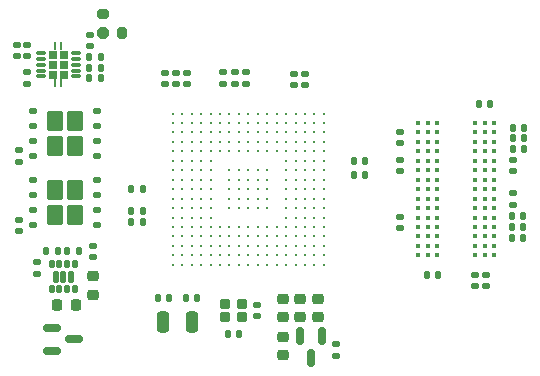
<source format=gbr>
%TF.GenerationSoftware,KiCad,Pcbnew,8.0.3*%
%TF.CreationDate,2024-07-19T10:15:31+08:00*%
%TF.ProjectId,h750xb_core,68373530-7862-45f6-936f-72652e6b6963,rev?*%
%TF.SameCoordinates,Original*%
%TF.FileFunction,Paste,Top*%
%TF.FilePolarity,Positive*%
%FSLAX46Y46*%
G04 Gerber Fmt 4.6, Leading zero omitted, Abs format (unit mm)*
G04 Created by KiCad (PCBNEW 8.0.3) date 2024-07-19 10:15:31*
%MOMM*%
%LPD*%
G01*
G04 APERTURE LIST*
G04 Aperture macros list*
%AMRoundRect*
0 Rectangle with rounded corners*
0 $1 Rounding radius*
0 $2 $3 $4 $5 $6 $7 $8 $9 X,Y pos of 4 corners*
0 Add a 4 corners polygon primitive as box body*
4,1,4,$2,$3,$4,$5,$6,$7,$8,$9,$2,$3,0*
0 Add four circle primitives for the rounded corners*
1,1,$1+$1,$2,$3*
1,1,$1+$1,$4,$5*
1,1,$1+$1,$6,$7*
1,1,$1+$1,$8,$9*
0 Add four rect primitives between the rounded corners*
20,1,$1+$1,$2,$3,$4,$5,0*
20,1,$1+$1,$4,$5,$6,$7,0*
20,1,$1+$1,$6,$7,$8,$9,0*
20,1,$1+$1,$8,$9,$2,$3,0*%
G04 Aperture macros list end*
%ADD10RoundRect,0.200000X0.250000X0.200000X-0.250000X0.200000X-0.250000X-0.200000X0.250000X-0.200000X0*%
%ADD11RoundRect,0.140000X0.170000X-0.140000X0.170000X0.140000X-0.170000X0.140000X-0.170000X-0.140000X0*%
%ADD12RoundRect,0.200000X0.275000X-0.200000X0.275000X0.200000X-0.275000X0.200000X-0.275000X-0.200000X0*%
%ADD13RoundRect,0.135000X-0.135000X-0.185000X0.135000X-0.185000X0.135000X0.185000X-0.135000X0.185000X0*%
%ADD14RoundRect,0.225000X-0.250000X0.225000X-0.250000X-0.225000X0.250000X-0.225000X0.250000X0.225000X0*%
%ADD15RoundRect,0.135000X0.185000X-0.135000X0.185000X0.135000X-0.185000X0.135000X-0.185000X-0.135000X0*%
%ADD16RoundRect,0.150000X-0.587500X-0.150000X0.587500X-0.150000X0.587500X0.150000X-0.587500X0.150000X0*%
%ADD17RoundRect,0.140000X0.140000X0.170000X-0.140000X0.170000X-0.140000X-0.170000X0.140000X-0.170000X0*%
%ADD18RoundRect,0.140000X-0.140000X-0.170000X0.140000X-0.170000X0.140000X0.170000X-0.140000X0.170000X0*%
%ADD19RoundRect,0.250000X0.435000X0.615000X-0.435000X0.615000X-0.435000X-0.615000X0.435000X-0.615000X0*%
%ADD20RoundRect,0.125000X0.250000X0.125000X-0.250000X0.125000X-0.250000X-0.125000X0.250000X-0.125000X0*%
%ADD21RoundRect,0.218750X-0.256250X0.218750X-0.256250X-0.218750X0.256250X-0.218750X0.256250X0.218750X0*%
%ADD22RoundRect,0.150000X-0.150000X0.587500X-0.150000X-0.587500X0.150000X-0.587500X0.150000X0.587500X0*%
%ADD23RoundRect,0.137500X0.137500X-0.337500X0.137500X0.337500X-0.137500X0.337500X-0.137500X-0.337500X0*%
%ADD24RoundRect,0.125000X0.125000X-0.187500X0.125000X0.187500X-0.125000X0.187500X-0.125000X-0.187500X0*%
%ADD25RoundRect,0.135000X0.135000X0.185000X-0.135000X0.185000X-0.135000X-0.185000X0.135000X-0.185000X0*%
%ADD26RoundRect,0.250000X-0.250000X-0.650000X0.250000X-0.650000X0.250000X0.650000X-0.250000X0.650000X0*%
%ADD27C,0.400000*%
%ADD28R,0.640000X0.640000*%
%ADD29RoundRect,0.070000X-0.355000X-0.070000X0.355000X-0.070000X0.355000X0.070000X-0.355000X0.070000X0*%
%ADD30R,0.280000X0.700000*%
%ADD31RoundRect,0.218750X0.256250X-0.218750X0.256250X0.218750X-0.256250X0.218750X-0.256250X-0.218750X0*%
%ADD32RoundRect,0.140000X-0.170000X0.140000X-0.170000X-0.140000X0.170000X-0.140000X0.170000X0.140000X0*%
%ADD33RoundRect,0.225000X-0.225000X-0.250000X0.225000X-0.250000X0.225000X0.250000X-0.225000X0.250000X0*%
%ADD34RoundRect,0.200000X-0.200000X-0.275000X0.200000X-0.275000X0.200000X0.275000X-0.200000X0.275000X0*%
%ADD35C,0.333126*%
G04 APERTURE END LIST*
D10*
%TO.C,Y1*%
X36833647Y-103969067D03*
X35433647Y-103969067D03*
X35433647Y-105069067D03*
X36833647Y-105069067D03*
%TD*%
D11*
%TO.C,C38*%
X17742800Y-82967200D03*
X17742800Y-82007200D03*
%TD*%
D12*
%TO.C,R11*%
X25070400Y-81048000D03*
X25070400Y-79398000D03*
%TD*%
D11*
%TO.C,C64*%
X17920399Y-91927798D03*
X17920399Y-90967798D03*
%TD*%
D13*
%TO.C,R10*%
X20196800Y-99488300D03*
X21216800Y-99488300D03*
%TD*%
D14*
%TO.C,C45*%
X24212000Y-101621900D03*
X24212000Y-103171900D03*
%TD*%
D15*
%TO.C,R5*%
X59770400Y-95557999D03*
X59770400Y-94538001D03*
%TD*%
D16*
%TO.C,D3*%
X20761100Y-106023400D03*
X20761100Y-107923400D03*
X22636100Y-106973400D03*
%TD*%
D11*
%TO.C,C34*%
X30328778Y-85363600D03*
X30328778Y-84403600D03*
%TD*%
D17*
%TO.C,C49*%
X60650400Y-96529003D03*
X59690400Y-96529003D03*
%TD*%
D11*
%TO.C,C2*%
X42170401Y-85430499D03*
X42170401Y-84470499D03*
%TD*%
%TO.C,C61*%
X31249590Y-85363599D03*
X31249590Y-84403599D03*
%TD*%
D18*
%TO.C,C66*%
X32090401Y-103495341D03*
X33050401Y-103495341D03*
%TD*%
D19*
%TO.C,U7*%
X22670400Y-96472997D03*
X22670400Y-94322997D03*
X20970400Y-96472997D03*
X20970400Y-94322997D03*
D20*
X24520400Y-97302997D03*
X24520400Y-96032997D03*
X24520400Y-94762997D03*
X24520400Y-93492997D03*
X19120400Y-93492997D03*
X19120400Y-94762997D03*
X19120400Y-96032997D03*
X19120400Y-97302997D03*
%TD*%
D11*
%TO.C,C27*%
X35210449Y-85327623D03*
X35210449Y-84367623D03*
%TD*%
D21*
%TO.C,FB2*%
X43235455Y-103514670D03*
X43235455Y-105089672D03*
%TD*%
D22*
%TO.C,U4*%
X43617700Y-106696300D03*
X41717700Y-106696300D03*
X42667700Y-108571300D03*
%TD*%
D17*
%TO.C,C52*%
X60700400Y-89033494D03*
X59740400Y-89033494D03*
%TD*%
D18*
%TO.C,C67*%
X35653647Y-106519068D03*
X36613647Y-106519068D03*
%TD*%
D23*
%TO.C,U3*%
X21073800Y-101660500D03*
X21703800Y-101660500D03*
X22333800Y-101660500D03*
D24*
X20728800Y-102723000D03*
X21378800Y-102723000D03*
X22028800Y-102723000D03*
X22678800Y-102723000D03*
X22678800Y-100598000D03*
X22028800Y-100598000D03*
X21378800Y-100598000D03*
X20728800Y-100598000D03*
%TD*%
D25*
%TO.C,R8*%
X24907600Y-83960400D03*
X23887600Y-83960400D03*
%TD*%
D17*
%TO.C,C59*%
X53450400Y-101512127D03*
X52490400Y-101512127D03*
%TD*%
D26*
%TO.C,Y2*%
X32620399Y-105502498D03*
X30120401Y-105502498D03*
%TD*%
D27*
%TO.C,U9*%
X51770400Y-88648000D03*
X52570400Y-88648000D03*
X53370400Y-88648000D03*
X56570400Y-88648000D03*
X57370400Y-88648000D03*
X58170400Y-88648000D03*
X51770400Y-89448000D03*
X52570400Y-89448000D03*
X53370400Y-89448000D03*
X56570400Y-89448000D03*
X57370400Y-89448000D03*
X58170400Y-89448000D03*
X51770400Y-90248000D03*
X52570400Y-90248000D03*
X53370400Y-90248000D03*
X56570400Y-90248000D03*
X57370400Y-90248000D03*
X58170400Y-90248000D03*
X51770400Y-91048000D03*
X52570400Y-91048000D03*
X53370400Y-91048000D03*
X56570400Y-91048000D03*
X57370400Y-91048000D03*
X58170400Y-91048000D03*
X51770400Y-91848000D03*
X52570400Y-91848000D03*
X53370400Y-91848000D03*
X56570400Y-91848000D03*
X57370400Y-91848000D03*
X58170400Y-91848000D03*
X51770400Y-92648000D03*
X52570400Y-92648000D03*
X53370400Y-92648000D03*
X56570400Y-92648000D03*
X57370400Y-92648000D03*
X58170400Y-92648000D03*
X51770400Y-93448000D03*
X52570400Y-93448000D03*
X53370400Y-93448000D03*
X56570400Y-93448000D03*
X57370400Y-93448000D03*
X58170400Y-93448000D03*
X51770400Y-94248000D03*
X52570400Y-94248000D03*
X53370400Y-94248000D03*
X56570400Y-94248000D03*
X57370400Y-94248000D03*
X58170400Y-94248000D03*
X51770400Y-95048000D03*
X52570400Y-95048000D03*
X53370400Y-95048000D03*
X56570400Y-95048000D03*
X57370400Y-95048000D03*
X58170400Y-95048000D03*
X51770400Y-95848000D03*
X52570400Y-95848000D03*
X53370400Y-95848000D03*
X56570400Y-95848000D03*
X57370400Y-95848000D03*
X58170400Y-95848000D03*
X51770400Y-96648000D03*
X52570400Y-96648000D03*
X53370400Y-96648000D03*
X56570400Y-96648000D03*
X57370400Y-96648000D03*
X58170400Y-96648000D03*
X51770400Y-97448000D03*
X52570400Y-97448000D03*
X53370400Y-97448000D03*
X56570400Y-97448000D03*
X57370400Y-97448000D03*
X58170400Y-97448000D03*
X51770400Y-98248000D03*
X52570400Y-98248000D03*
X53370400Y-98248000D03*
X56570400Y-98248000D03*
X57370400Y-98248000D03*
X58170400Y-98248000D03*
X51770400Y-99048000D03*
X52570400Y-99048000D03*
X53370400Y-99048000D03*
X56570400Y-99048000D03*
X57370400Y-99048000D03*
X58170400Y-99048000D03*
X51770400Y-99848000D03*
X52570400Y-99848000D03*
X53370400Y-99848000D03*
X56570400Y-99848000D03*
X57370400Y-99848000D03*
X58170400Y-99848000D03*
%TD*%
D11*
%TO.C,C51*%
X50170400Y-90328000D03*
X50170400Y-89368000D03*
%TD*%
%TO.C,C57*%
X50170400Y-97528000D03*
X50170400Y-96568000D03*
%TD*%
%TO.C,C62*%
X32170400Y-85363599D03*
X32170400Y-84403599D03*
%TD*%
%TO.C,C63*%
X17920400Y-97792997D03*
X17920400Y-96832997D03*
%TD*%
D13*
%TO.C,R9*%
X22025600Y-99488300D03*
X23045600Y-99488300D03*
%TD*%
D28*
%TO.C,U2*%
X20789400Y-82847000D03*
X20789400Y-83707000D03*
X20789400Y-84567000D03*
X21749400Y-82847000D03*
X21749400Y-83707000D03*
X21749400Y-84567000D03*
D29*
X19794400Y-82707000D03*
X19794400Y-83207000D03*
X19794400Y-83707000D03*
X19794400Y-84207000D03*
X19794400Y-84707000D03*
X22744400Y-84707000D03*
X22744400Y-84207000D03*
X22744400Y-83707000D03*
X22744400Y-83207000D03*
X22744400Y-82707000D03*
D30*
X21019400Y-82157000D03*
X21019400Y-85257000D03*
X21519400Y-82157000D03*
X21519400Y-85257000D03*
%TD*%
D17*
%TO.C,C32*%
X28434800Y-97048000D03*
X27474800Y-97048000D03*
%TD*%
D21*
%TO.C,FBopt2*%
X41770400Y-103514670D03*
X41770400Y-105089672D03*
%TD*%
D31*
%TO.C,FB4*%
X40310342Y-108317700D03*
X40310342Y-106742700D03*
%TD*%
D11*
%TO.C,C41*%
X18657200Y-85304000D03*
X18657200Y-84344000D03*
%TD*%
%TO.C,C39*%
X18657200Y-82967200D03*
X18657200Y-82007200D03*
%TD*%
%TO.C,C16*%
X41256600Y-85430500D03*
X41256600Y-84470500D03*
%TD*%
D17*
%TO.C,C31*%
X28434800Y-96133599D03*
X27474800Y-96133599D03*
%TD*%
D32*
%TO.C,C44*%
X19436800Y-100430700D03*
X19436800Y-101390700D03*
%TD*%
D33*
%TO.C,C43*%
X21201800Y-104060300D03*
X22751800Y-104060300D03*
%TD*%
D11*
%TO.C,C68*%
X38133648Y-104999068D03*
X38133648Y-104039068D03*
%TD*%
D18*
%TO.C,C33*%
X46305601Y-91848000D03*
X47265601Y-91848000D03*
%TD*%
D11*
%TO.C,C55*%
X50170400Y-92728000D03*
X50170400Y-91768000D03*
%TD*%
D17*
%TO.C,C53*%
X60700399Y-90877288D03*
X59740399Y-90877288D03*
%TD*%
D32*
%TO.C,C42*%
X23940400Y-81194400D03*
X23940400Y-82154400D03*
%TD*%
%TO.C,C48*%
X59770400Y-91768000D03*
X59770400Y-92728000D03*
%TD*%
D19*
%TO.C,U8*%
X22670400Y-90607798D03*
X22670400Y-88457798D03*
X20970400Y-90607798D03*
X20970400Y-88457798D03*
D20*
X24520400Y-91437798D03*
X24520400Y-90167798D03*
X24520400Y-88897798D03*
X24520400Y-87627798D03*
X19120400Y-87627798D03*
X19120400Y-88897798D03*
X19120400Y-90167798D03*
X19120400Y-91437798D03*
%TD*%
D11*
%TO.C,C29*%
X37210449Y-85327624D03*
X37210449Y-84367624D03*
%TD*%
D13*
%TO.C,R7*%
X23887600Y-83046000D03*
X24907600Y-83046000D03*
%TD*%
D17*
%TO.C,C65*%
X30650400Y-103495340D03*
X29690400Y-103495340D03*
%TD*%
D11*
%TO.C,C50*%
X56587902Y-102442127D03*
X56587902Y-101482127D03*
%TD*%
D17*
%TO.C,C54*%
X60700400Y-89954273D03*
X59740400Y-89954273D03*
%TD*%
D18*
%TO.C,C30*%
X46305601Y-93048000D03*
X47265601Y-93048000D03*
%TD*%
%TO.C,C40*%
X23917600Y-84874800D03*
X24877600Y-84874800D03*
%TD*%
D17*
%TO.C,C47*%
X57850401Y-87048000D03*
X56890401Y-87048000D03*
%TD*%
D11*
%TO.C,C28*%
X36210449Y-85327624D03*
X36210449Y-84367624D03*
%TD*%
D34*
%TO.C,R4*%
X25045400Y-81048000D03*
X26695400Y-81048000D03*
%TD*%
D32*
%TO.C,C36*%
X44812600Y-107382400D03*
X44812600Y-108342400D03*
%TD*%
D17*
%TO.C,C58*%
X60650400Y-98370467D03*
X59690400Y-98370467D03*
%TD*%
%TO.C,C56*%
X60650401Y-97448000D03*
X59690401Y-97448000D03*
%TD*%
D35*
%TO.C,U1*%
X30970400Y-100648000D03*
X30970401Y-99848000D03*
X30970400Y-99048000D03*
X30970400Y-98248001D03*
X30970400Y-97448000D03*
X30970400Y-96648000D03*
X30970400Y-95848000D03*
X30970400Y-95048000D03*
X30970401Y-94248000D03*
X30970400Y-93448000D03*
X30970400Y-92648000D03*
X30970400Y-91848000D03*
X30970400Y-91048000D03*
X30970400Y-90247999D03*
X30970400Y-89448000D03*
X30970401Y-88648000D03*
X30970400Y-87848000D03*
X31770400Y-100647999D03*
X31770400Y-99848000D03*
X31770400Y-99048001D03*
X31770400Y-98248000D03*
X31770400Y-97448000D03*
X31770400Y-96648000D03*
X31770400Y-95848000D03*
X31770400Y-95047999D03*
X31770400Y-94248000D03*
X31770400Y-93448001D03*
X31770400Y-92648000D03*
X31770400Y-91848000D03*
X31770400Y-91048000D03*
X31770400Y-90248000D03*
X31770400Y-89447999D03*
X31770400Y-88648000D03*
X31770400Y-87848001D03*
X32570400Y-100648000D03*
X32570399Y-99848000D03*
X32570400Y-99048000D03*
X32570400Y-98248001D03*
X32570400Y-97448000D03*
X32570400Y-96648000D03*
X32570400Y-95848000D03*
X32570400Y-95048000D03*
X32570399Y-94248000D03*
X32570400Y-93448000D03*
X32570400Y-92648000D03*
X32570400Y-91848000D03*
X32570400Y-91048000D03*
X32570400Y-90247999D03*
X32570400Y-89448000D03*
X32570399Y-88648000D03*
X32570400Y-87848000D03*
X33370399Y-100648000D03*
X33370400Y-99848000D03*
X33370399Y-99048000D03*
X33370400Y-98248000D03*
X33370400Y-97448000D03*
X33370400Y-96648000D03*
X33370400Y-95848000D03*
X33370399Y-95048000D03*
X33370400Y-94248000D03*
X33370399Y-93448000D03*
X33370400Y-92648000D03*
X33370400Y-91848000D03*
X33370400Y-91048000D03*
X33370400Y-90248000D03*
X33370399Y-89448000D03*
X33370400Y-88648000D03*
X33370399Y-87848000D03*
X34170400Y-100648000D03*
X34170400Y-99848000D03*
X34170400Y-99048000D03*
X34170400Y-98248000D03*
X34170400Y-97448000D03*
X34170400Y-96648000D03*
X34170400Y-95848000D03*
X34170400Y-95048000D03*
X34170400Y-94248000D03*
X34170400Y-93448000D03*
X34170400Y-92648000D03*
X34170400Y-91848000D03*
X34170400Y-91048000D03*
X34170400Y-90248000D03*
X34170400Y-89448000D03*
X34170400Y-88648000D03*
X34170400Y-87848000D03*
X34970400Y-100648000D03*
X34970400Y-99848000D03*
X34970400Y-99048000D03*
X34970400Y-98248000D03*
X34970400Y-97448000D03*
X34970400Y-91048000D03*
X34970400Y-90248000D03*
X34970400Y-89448000D03*
X34970400Y-88648000D03*
X34970400Y-87848000D03*
X35770400Y-100648000D03*
X35770400Y-99848000D03*
X35770400Y-99048000D03*
X35770400Y-98248000D03*
X35770400Y-97448000D03*
X35770400Y-95848000D03*
X35770400Y-95048000D03*
X35770400Y-94248000D03*
X35770400Y-93448000D03*
X35770400Y-92648000D03*
X35770400Y-91048000D03*
X35770400Y-90248000D03*
X35770400Y-89448000D03*
X35770400Y-88648000D03*
X35770400Y-87848000D03*
X36570400Y-100648000D03*
X36570401Y-99848000D03*
X36570400Y-99048000D03*
X36570400Y-98248001D03*
X36570400Y-97448000D03*
X36570400Y-95848000D03*
X36570400Y-95048000D03*
X36570401Y-94248000D03*
X36570400Y-93448000D03*
X36570400Y-92648000D03*
X36570400Y-91048000D03*
X36570400Y-90247999D03*
X36570400Y-89448000D03*
X36570401Y-88648000D03*
X36570400Y-87848000D03*
X37370400Y-100647999D03*
X37370400Y-99848000D03*
X37370400Y-99048001D03*
X37370400Y-98248000D03*
X37370400Y-97448000D03*
X37370400Y-95848000D03*
X37370400Y-95047999D03*
X37370400Y-94248000D03*
X37370400Y-93448001D03*
X37370400Y-92648000D03*
X37370400Y-91048000D03*
X37370400Y-90248000D03*
X37370400Y-89447999D03*
X37370400Y-88648000D03*
X37370400Y-87848001D03*
X38170400Y-100648000D03*
X38170399Y-99848000D03*
X38170400Y-99048000D03*
X38170400Y-98248001D03*
X38170400Y-97448000D03*
X38170400Y-95848000D03*
X38170400Y-95048000D03*
X38170399Y-94248000D03*
X38170400Y-93448000D03*
X38170400Y-92648000D03*
X38170400Y-91048000D03*
X38170400Y-90247999D03*
X38170400Y-89448000D03*
X38170399Y-88648000D03*
X38170400Y-87848000D03*
X38970400Y-100648000D03*
X38970400Y-99848000D03*
X38970400Y-99048000D03*
X38970400Y-98248000D03*
X38970400Y-97448000D03*
X38970400Y-95848000D03*
X38970400Y-95048000D03*
X38970400Y-94248000D03*
X38970400Y-93448000D03*
X38970400Y-92648000D03*
X38970400Y-91048000D03*
X38970400Y-90248000D03*
X38970400Y-89448000D03*
X38970400Y-88648000D03*
X38970400Y-87848000D03*
X39770400Y-100648000D03*
X39770400Y-99848000D03*
X39770400Y-99048000D03*
X39770400Y-98248000D03*
X39770400Y-97448000D03*
X39770400Y-91048000D03*
X39770400Y-90248000D03*
X39770400Y-89448000D03*
X39770400Y-88648000D03*
X39770400Y-87848000D03*
X40570400Y-100648000D03*
X40570400Y-99848000D03*
X40570400Y-99048000D03*
X40570400Y-98248000D03*
X40570400Y-97448000D03*
X40570400Y-96648000D03*
X40570400Y-95848000D03*
X40570400Y-95048000D03*
X40570400Y-94248000D03*
X40570400Y-93448000D03*
X40570400Y-92648000D03*
X40570400Y-91848000D03*
X40570400Y-91048000D03*
X40570400Y-90248000D03*
X40570400Y-89448000D03*
X40570400Y-88648000D03*
X40570400Y-87848000D03*
X41370401Y-100648000D03*
X41370400Y-99848000D03*
X41370401Y-99048000D03*
X41370400Y-98248000D03*
X41370400Y-97448000D03*
X41370400Y-96648000D03*
X41370400Y-95848000D03*
X41370401Y-95048000D03*
X41370400Y-94248000D03*
X41370401Y-93448000D03*
X41370400Y-92648000D03*
X41370400Y-91848000D03*
X41370400Y-91048000D03*
X41370400Y-90248000D03*
X41370401Y-89448000D03*
X41370400Y-88648000D03*
X41370401Y-87848000D03*
X42170400Y-100648000D03*
X42170401Y-99848000D03*
X42170400Y-99048000D03*
X42170400Y-98248001D03*
X42170400Y-97448000D03*
X42170400Y-96648000D03*
X42170400Y-95848000D03*
X42170400Y-95048000D03*
X42170401Y-94248000D03*
X42170400Y-93448000D03*
X42170400Y-92648000D03*
X42170400Y-91848000D03*
X42170400Y-91048000D03*
X42170400Y-90247999D03*
X42170400Y-89448000D03*
X42170401Y-88648000D03*
X42170400Y-87848000D03*
X42970400Y-100647999D03*
X42970400Y-99848000D03*
X42970400Y-99048001D03*
X42970400Y-98248000D03*
X42970400Y-97448000D03*
X42970400Y-96648000D03*
X42970400Y-95848000D03*
X42970400Y-95047999D03*
X42970400Y-94248000D03*
X42970400Y-93448001D03*
X42970400Y-92648000D03*
X42970400Y-91848000D03*
X42970400Y-91048000D03*
X42970400Y-90248000D03*
X42970400Y-89447999D03*
X42970400Y-88648000D03*
X42970400Y-87848001D03*
X43770400Y-100648000D03*
X43770399Y-99848000D03*
X43770400Y-99048000D03*
X43770400Y-98248001D03*
X43770400Y-97448000D03*
X43770400Y-96648000D03*
X43770400Y-95848000D03*
X43770400Y-95048000D03*
X43770399Y-94248000D03*
X43770400Y-93448000D03*
X43770400Y-92648000D03*
X43770400Y-91848000D03*
X43770400Y-91048000D03*
X43770400Y-90247999D03*
X43770400Y-89448000D03*
X43770399Y-88648000D03*
X43770400Y-87848000D03*
%TD*%
D11*
%TO.C,C35*%
X24239800Y-100003000D03*
X24239800Y-99043000D03*
%TD*%
D25*
%TO.C,R2*%
X28464799Y-94248000D03*
X27444801Y-94248000D03*
%TD*%
D21*
%TO.C,FBopt1*%
X40310342Y-103514669D03*
X40310342Y-105089671D03*
%TD*%
D11*
%TO.C,C60*%
X57510400Y-102442127D03*
X57510400Y-101482127D03*
%TD*%
M02*

</source>
